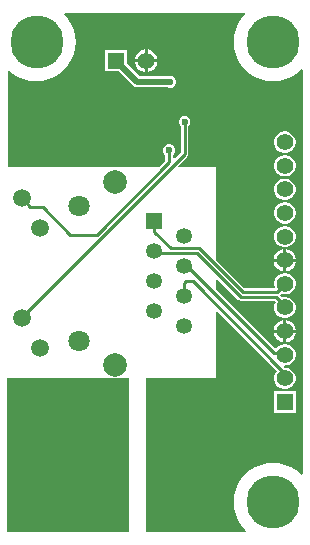
<source format=gbl>
G04*
G04 #@! TF.GenerationSoftware,Altium Limited,Altium Designer,21.3.1 (25)*
G04*
G04 Layer_Physical_Order=2*
G04 Layer_Color=16711680*
%FSLAX44Y44*%
%MOMM*%
G71*
G04*
G04 #@! TF.SameCoordinates,1899EECA-0796-468C-8384-63A2F62C21E4*
G04*
G04*
G04 #@! TF.FilePolarity,Positive*
G04*
G01*
G75*
%ADD10C,0.2540*%
%ADD24C,0.5000*%
%ADD26C,1.3500*%
%ADD27C,1.8000*%
%ADD28C,2.0000*%
%ADD29C,1.5000*%
%ADD30R,1.3500X1.3500*%
%ADD31C,1.4000*%
%ADD32C,4.5000*%
%ADD33R,1.4000X1.4000*%
%ADD34R,1.4000X1.4000*%
%ADD35C,0.6000*%
G36*
X206234Y443402D02*
X203001Y439616D01*
X200265Y435151D01*
X198260Y430313D01*
X197038Y425221D01*
X196627Y420000D01*
X197038Y414779D01*
X198260Y409687D01*
X200265Y404849D01*
X203001Y400384D01*
X206402Y396402D01*
X210384Y393001D01*
X214849Y390265D01*
X219687Y388260D01*
X224779Y387038D01*
X230000Y386627D01*
X235221Y387038D01*
X240313Y388260D01*
X245151Y390265D01*
X249616Y393001D01*
X253598Y396402D01*
X253731Y396557D01*
X254922Y396117D01*
Y53883D01*
X253731Y53443D01*
X253598Y53598D01*
X249616Y56999D01*
X245151Y59735D01*
X240313Y61740D01*
X235221Y62962D01*
X230000Y63373D01*
X224779Y62962D01*
X219687Y61740D01*
X214849Y59735D01*
X210384Y56999D01*
X206402Y53598D01*
X203001Y49616D01*
X200265Y45151D01*
X198260Y40313D01*
X197038Y35221D01*
X196627Y30000D01*
X197038Y24779D01*
X198260Y19687D01*
X200265Y14849D01*
X203001Y10384D01*
X206402Y6402D01*
X206803Y6059D01*
X206363Y4868D01*
X122000D01*
Y135000D01*
X181500D01*
Y191126D01*
X182673Y191612D01*
X233279Y141006D01*
X232798Y140526D01*
X231613Y138474D01*
X231000Y136185D01*
Y133815D01*
X231613Y131526D01*
X232798Y129474D01*
X234474Y127798D01*
X236526Y126613D01*
X238815Y126000D01*
X241185D01*
X243474Y126613D01*
X245526Y127798D01*
X247202Y129474D01*
X248387Y131526D01*
X249000Y133815D01*
Y136185D01*
X248387Y138474D01*
X247202Y140526D01*
X245526Y142202D01*
X243474Y143387D01*
X241185Y144000D01*
X239914D01*
X239244Y144840D01*
X239750Y146000D01*
X241185D01*
X243474Y146613D01*
X245526Y147798D01*
X247202Y149474D01*
X248387Y151526D01*
X249000Y153815D01*
Y156185D01*
X248387Y158474D01*
X247202Y160526D01*
X245526Y162202D01*
X243474Y163387D01*
X241185Y164000D01*
X238815D01*
X236526Y163387D01*
X234474Y162202D01*
X232798Y160526D01*
X231334Y160382D01*
X181500Y210215D01*
Y218584D01*
X182673Y219069D01*
X200100Y201642D01*
X201182Y200920D01*
X202458Y200666D01*
X231119D01*
X232235Y199550D01*
X231613Y198474D01*
X231000Y196185D01*
Y193815D01*
X231613Y191526D01*
X232798Y189474D01*
X234474Y187798D01*
X236526Y186613D01*
X238815Y186000D01*
X241185D01*
X243474Y186613D01*
X245526Y187798D01*
X247202Y189474D01*
X248387Y191526D01*
X249000Y193815D01*
Y196185D01*
X248387Y198474D01*
X247202Y200526D01*
X245526Y202202D01*
X243474Y203387D01*
X241185Y204000D01*
X238815D01*
X237553Y203662D01*
X235465Y205750D01*
X236401Y206686D01*
X236526Y206613D01*
X238815Y206000D01*
X241185D01*
X243474Y206613D01*
X245526Y207798D01*
X247202Y209474D01*
X248387Y211526D01*
X249000Y213815D01*
Y216185D01*
X248387Y218474D01*
X247202Y220526D01*
X245526Y222202D01*
X243474Y223387D01*
X241185Y224000D01*
X238815D01*
X236526Y223387D01*
X234474Y222202D01*
X232798Y220526D01*
X231613Y218474D01*
X231000Y216185D01*
Y213815D01*
X231314Y212644D01*
X230339Y211374D01*
X205512D01*
X181500Y235386D01*
Y314000D01*
X150224D01*
X149738Y315173D01*
X157358Y322793D01*
X158080Y323874D01*
X158334Y325150D01*
Y348263D01*
X159239Y349168D01*
X160000Y351005D01*
Y352995D01*
X159239Y354832D01*
X157832Y356239D01*
X155995Y357000D01*
X154005D01*
X152168Y356239D01*
X150761Y354832D01*
X150000Y352995D01*
Y351005D01*
X150761Y349168D01*
X151666Y348263D01*
Y326531D01*
X146507Y321372D01*
X145334Y321858D01*
Y324263D01*
X146239Y325168D01*
X147000Y327005D01*
Y328995D01*
X146239Y330832D01*
X144832Y332239D01*
X142995Y333000D01*
X141005D01*
X139168Y332239D01*
X137761Y330832D01*
X137000Y328995D01*
Y327005D01*
X137761Y325168D01*
X138666Y324263D01*
Y319244D01*
X133421Y314000D01*
X5118D01*
Y395401D01*
X6388Y395987D01*
X9884Y393001D01*
X14349Y390265D01*
X19187Y388260D01*
X24279Y387038D01*
X29500Y386627D01*
X34721Y387038D01*
X39813Y388260D01*
X44651Y390265D01*
X49116Y393001D01*
X53098Y396402D01*
X56499Y400384D01*
X59235Y404849D01*
X61240Y409687D01*
X62462Y414779D01*
X62873Y420000D01*
X62462Y425221D01*
X61240Y430313D01*
X59235Y435151D01*
X56499Y439616D01*
X53266Y443402D01*
X53575Y444672D01*
X205925D01*
X206234Y443402D01*
D02*
G37*
G36*
X108000Y5000D02*
X5000D01*
Y134882D01*
X5118Y135000D01*
X108000D01*
Y5000D01*
D02*
G37*
%LPC*%
G36*
X123690Y413456D02*
Y405190D01*
X131956D01*
X131310Y407602D01*
X130054Y409778D01*
X128278Y411554D01*
X126102Y412810D01*
X123690Y413456D01*
D02*
G37*
G36*
X121150D02*
X118738Y412810D01*
X116562Y411554D01*
X114786Y409778D01*
X113530Y407602D01*
X112884Y405190D01*
X121150D01*
Y413456D01*
D02*
G37*
G36*
X131956Y402650D02*
X123690D01*
Y394384D01*
X126102Y395030D01*
X128278Y396286D01*
X130054Y398062D01*
X131310Y400238D01*
X131956Y402650D01*
D02*
G37*
G36*
X121150D02*
X112884D01*
X113530Y400238D01*
X114786Y398062D01*
X116562Y396286D01*
X118738Y395030D01*
X121150Y394384D01*
Y402650D01*
D02*
G37*
G36*
X106020Y412920D02*
X88020D01*
Y394920D01*
X99591D01*
X111756Y382756D01*
X113244Y381761D01*
X115000Y381412D01*
X141011D01*
X142005Y381000D01*
X143995D01*
X145832Y381761D01*
X147239Y383168D01*
X148000Y385005D01*
Y386995D01*
X147239Y388832D01*
X145832Y390239D01*
X143995Y391000D01*
X142005D01*
X141011Y390588D01*
X116901D01*
X106020Y401469D01*
Y412920D01*
D02*
G37*
G36*
X241185Y344000D02*
X238815D01*
X236526Y343387D01*
X234474Y342202D01*
X232798Y340526D01*
X231613Y338474D01*
X231000Y336185D01*
Y333815D01*
X231613Y331526D01*
X232798Y329474D01*
X234474Y327798D01*
X236526Y326613D01*
X238815Y326000D01*
X241185D01*
X243474Y326613D01*
X245526Y327798D01*
X247202Y329474D01*
X248387Y331526D01*
X249000Y333815D01*
Y336185D01*
X248387Y338474D01*
X247202Y340526D01*
X245526Y342202D01*
X243474Y343387D01*
X241185Y344000D01*
D02*
G37*
G36*
Y324000D02*
X238815D01*
X236526Y323387D01*
X234474Y322202D01*
X232798Y320526D01*
X231613Y318474D01*
X231000Y316185D01*
Y313815D01*
X231613Y311526D01*
X232798Y309474D01*
X234474Y307798D01*
X236526Y306613D01*
X238815Y306000D01*
X241185D01*
X243474Y306613D01*
X245526Y307798D01*
X247202Y309474D01*
X248387Y311526D01*
X249000Y313815D01*
Y316185D01*
X248387Y318474D01*
X247202Y320526D01*
X245526Y322202D01*
X243474Y323387D01*
X241185Y324000D01*
D02*
G37*
G36*
Y304000D02*
X238815D01*
X236526Y303387D01*
X234474Y302202D01*
X232798Y300526D01*
X231613Y298474D01*
X231000Y296185D01*
Y293815D01*
X231613Y291526D01*
X232798Y289474D01*
X234474Y287798D01*
X236526Y286613D01*
X238815Y286000D01*
X241185D01*
X243474Y286613D01*
X245526Y287798D01*
X247202Y289474D01*
X248387Y291526D01*
X249000Y293815D01*
Y296185D01*
X248387Y298474D01*
X247202Y300526D01*
X245526Y302202D01*
X243474Y303387D01*
X241185Y304000D01*
D02*
G37*
G36*
Y284000D02*
X238815D01*
X236526Y283387D01*
X234474Y282202D01*
X232798Y280526D01*
X231613Y278474D01*
X231000Y276185D01*
Y273815D01*
X231613Y271526D01*
X232798Y269474D01*
X234474Y267798D01*
X236526Y266613D01*
X238815Y266000D01*
X241185D01*
X243474Y266613D01*
X245526Y267798D01*
X247202Y269474D01*
X248387Y271526D01*
X249000Y273815D01*
Y276185D01*
X248387Y278474D01*
X247202Y280526D01*
X245526Y282202D01*
X243474Y283387D01*
X241185Y284000D01*
D02*
G37*
G36*
Y264000D02*
X238815D01*
X236526Y263387D01*
X234474Y262202D01*
X232798Y260526D01*
X231613Y258474D01*
X231000Y256185D01*
Y253815D01*
X231613Y251526D01*
X232798Y249474D01*
X234474Y247798D01*
X236526Y246613D01*
X238815Y246000D01*
X241185D01*
X243474Y246613D01*
X245526Y247798D01*
X247202Y249474D01*
X248387Y251526D01*
X249000Y253815D01*
Y256185D01*
X248387Y258474D01*
X247202Y260526D01*
X245526Y262202D01*
X243474Y263387D01*
X241185Y264000D01*
D02*
G37*
G36*
X241270Y244536D02*
Y236270D01*
X249536D01*
X248890Y238682D01*
X247634Y240858D01*
X245858Y242634D01*
X243682Y243890D01*
X241270Y244536D01*
D02*
G37*
G36*
X238730D02*
X236318Y243890D01*
X234142Y242634D01*
X232366Y240858D01*
X231110Y238682D01*
X230464Y236270D01*
X238730D01*
Y244536D01*
D02*
G37*
G36*
X249536Y233730D02*
X241270D01*
Y225464D01*
X243682Y226110D01*
X245858Y227366D01*
X247634Y229142D01*
X248890Y231318D01*
X249536Y233730D01*
D02*
G37*
G36*
X238730D02*
X230464D01*
X231110Y231318D01*
X232366Y229142D01*
X234142Y227366D01*
X236318Y226110D01*
X238730Y225464D01*
Y233730D01*
D02*
G37*
G36*
X241270Y184536D02*
Y176270D01*
X249536D01*
X248890Y178682D01*
X247634Y180858D01*
X245858Y182634D01*
X243682Y183890D01*
X241270Y184536D01*
D02*
G37*
G36*
X238730Y184536D02*
X236318Y183890D01*
X234142Y182634D01*
X232366Y180858D01*
X231110Y178682D01*
X230464Y176270D01*
X238730D01*
Y184536D01*
D02*
G37*
G36*
X249536Y173730D02*
X241270D01*
Y165464D01*
X243682Y166110D01*
X245858Y167366D01*
X247634Y169142D01*
X248890Y171318D01*
X249536Y173730D01*
D02*
G37*
G36*
X238730D02*
X230464D01*
X231110Y171318D01*
X232366Y169142D01*
X234142Y167366D01*
X236318Y166110D01*
X238730Y165464D01*
Y173730D01*
D02*
G37*
G36*
X249000Y124000D02*
X231000D01*
Y106000D01*
X249000D01*
Y124000D01*
D02*
G37*
%LPD*%
D10*
X143250Y245040D02*
X167131D01*
X129400Y258890D02*
X143250Y245040D01*
X167131D02*
X204131Y208040D01*
X129400Y243050D02*
X131450Y241000D01*
X165458D02*
X202458Y204000D01*
X131450Y241000D02*
X165458D01*
X230396Y156604D02*
X238396D01*
X154800Y230350D02*
X156650D01*
X230396Y156604D01*
X238396D02*
X240000Y155000D01*
X237807Y137193D02*
Y141193D01*
X162000Y217000D02*
X237807Y141193D01*
Y137193D02*
X240000Y135000D01*
X156288Y217000D02*
X162000D01*
X154800Y215512D02*
X156288Y217000D01*
X154800Y205950D02*
Y215512D01*
X58350Y256650D02*
X80787D01*
X35000Y280000D02*
X58350Y256650D01*
X24250Y280000D02*
X35000D01*
X155000Y325150D02*
Y352000D01*
X17000Y187150D02*
X155000Y325150D01*
X17000Y287250D02*
X24250Y280000D01*
X80787Y256650D02*
X142000Y317863D01*
Y328000D01*
X204131Y208040D02*
X233040D01*
X129400Y258890D02*
Y269450D01*
X202458Y204000D02*
X232500D01*
X240000Y195000D02*
Y196500D01*
X232500Y204000D02*
X240000Y196500D01*
X240000Y215000D02*
X240000D01*
X233040Y208040D02*
X240000Y215000D01*
D24*
X115000Y386000D02*
X143000D01*
X97050Y403950D02*
X115000Y386000D01*
D26*
X129400Y192250D02*
D03*
X154800Y179550D02*
D03*
Y204950D02*
D03*
X129400Y217650D02*
D03*
X154800Y230350D02*
D03*
X129400Y243050D02*
D03*
X154800Y255750D02*
D03*
D27*
X66000Y281150D02*
D03*
Y166850D02*
D03*
D28*
X96500Y146500D02*
D03*
Y301500D02*
D03*
D29*
X32200Y160750D02*
D03*
X17000Y186150D02*
D03*
X32200Y261850D02*
D03*
X17000Y287250D02*
D03*
D30*
X129400Y268450D02*
D03*
D31*
X240000Y135000D02*
D03*
Y155000D02*
D03*
Y175000D02*
D03*
Y195000D02*
D03*
Y235000D02*
D03*
Y215000D02*
D03*
X122420Y403920D02*
D03*
X240000Y335000D02*
D03*
Y315000D02*
D03*
Y295000D02*
D03*
Y275000D02*
D03*
Y255000D02*
D03*
D32*
X230000Y420000D02*
D03*
Y30000D02*
D03*
X30000D02*
D03*
Y420000D02*
D03*
D33*
X97020Y403920D02*
D03*
D34*
X240000Y115000D02*
D03*
D35*
X145000D02*
D03*
Y107438D02*
D03*
Y100000D02*
D03*
Y92000D02*
D03*
X71000Y115000D02*
D03*
Y107000D02*
D03*
Y99000D02*
D03*
Y91000D02*
D03*
X17744Y70326D02*
D03*
Y110326D02*
D03*
X99565Y82316D02*
D03*
X47744Y70326D02*
D03*
X99000Y52000D02*
D03*
X69000Y22000D02*
D03*
X142000Y328000D02*
D03*
X155000Y352000D02*
D03*
X143000Y386000D02*
D03*
X211929Y377484D02*
D03*
X224646Y366924D02*
D03*
X183185Y367242D02*
D03*
X166773Y318910D02*
D03*
X129424Y432309D02*
D03*
X93480Y379730D02*
D03*
X193676Y242804D02*
D03*
X188676Y284804D02*
D03*
X19369Y378734D02*
D03*
X69369Y438734D02*
D03*
X195369Y377734D02*
D03*
X189369Y438734D02*
D03*
X249369Y378734D02*
D03*
X189000Y17000D02*
D03*
X199000Y57000D02*
D03*
X179000Y107000D02*
D03*
X93480Y329730D02*
D03*
Y345730D02*
D03*
Y363730D02*
D03*
X135422Y50039D02*
D03*
X219119Y133984D02*
D03*
X239369Y68734D02*
D03*
X18480Y338730D02*
D03*
X159000Y77000D02*
D03*
M02*

</source>
